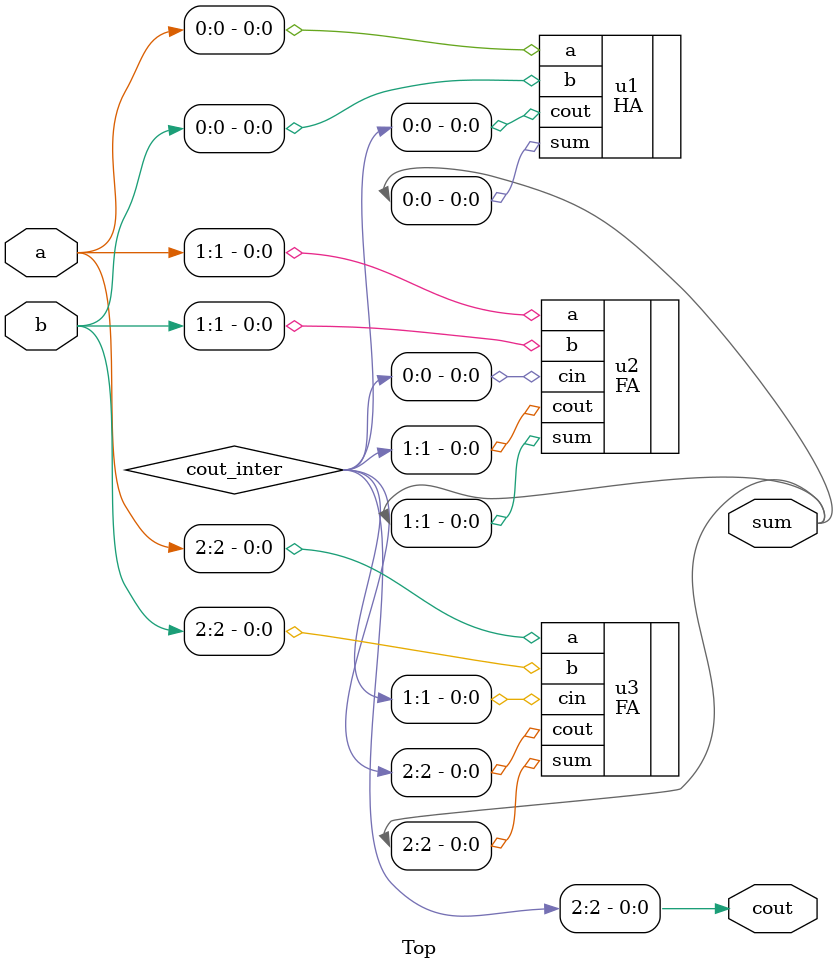
<source format=v>
module Top (input wire [2:0] a,
            input wire [2:0] b,
            output wire [2:0] sum,
            output wire cout);
  wire [2:0] cout_inter;
  HA u1 (.a(a[0]), .b(b[0]), .sum(sum[0]), .cout(cout_inter[0]));
  FA u2 (.a(a[1]), .b(b[1]), .sum(sum[1]), .cin(cout_inter[0]), .cout(cout_inter[1]));
  FA u3 (.a(a[2]), .b(b[2]), .sum(sum[2]), .cin(cout_inter[1]), .cout(cout_inter[2]));
    
  assign cout = cout_inter[2];
    
endmodule //Top

</source>
